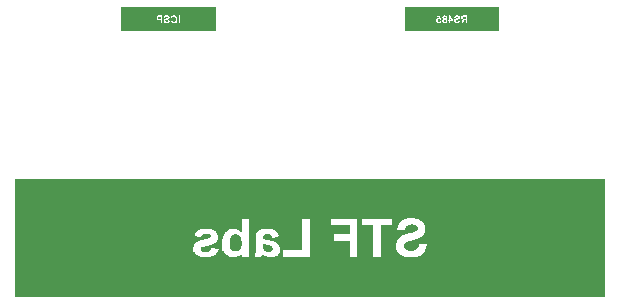
<source format=gbo>
G04*
G04 #@! TF.GenerationSoftware,Altium Limited,Altium Designer,23.3.1 (30)*
G04*
G04 Layer_Color=32896*
%FSLAX25Y25*%
%MOIN*%
G70*
G04*
G04 #@! TF.SameCoordinates,AEED621E-3CD5-435C-AC93-41C8B311E913*
G04*
G04*
G04 #@! TF.FilePolarity,Positive*
G04*
G01*
G75*
G36*
X98425Y-19685D02*
X-98425D01*
Y19685D01*
X98425D01*
Y-19685D01*
D02*
G37*
G36*
X62992Y76772D02*
Y68898D01*
X31496D01*
Y76772D01*
X62992D01*
D02*
G37*
G36*
X-31496Y68898D02*
X-62992D01*
Y76772D01*
X-31496D01*
Y68898D01*
D02*
G37*
%LPC*%
G36*
X33862Y6541D02*
X33643D01*
D01*
D01*
D01*
X28669D01*
X33643D01*
X33479Y6523D01*
X33279Y6504D01*
X33042Y6486D01*
X32805Y6450D01*
X32532Y6413D01*
X31949Y6286D01*
X31657Y6195D01*
X31366Y6104D01*
X31074Y5976D01*
X30801Y5830D01*
X30546Y5666D01*
X30309Y5484D01*
X30291Y5466D01*
X30254Y5429D01*
X30200Y5375D01*
X30127Y5302D01*
X30036Y5193D01*
X29926Y5065D01*
X29817Y4919D01*
X29689Y4755D01*
X29580Y4555D01*
X29471Y4355D01*
X29362Y4118D01*
X29270Y3863D01*
X29179Y3607D01*
X29107Y3316D01*
X29052Y3025D01*
X29034Y2696D01*
X31584Y2606D01*
Y2624D01*
Y2642D01*
X31621Y2769D01*
X31657Y2933D01*
X31730Y3134D01*
X31821Y3371D01*
X31949Y3589D01*
X32113Y3808D01*
X32295Y3990D01*
X32313Y4008D01*
X32386Y4063D01*
X32514Y4136D01*
X32696Y4209D01*
X32914Y4282D01*
X33188Y4355D01*
X33516Y4409D01*
X33898Y4428D01*
X34080D01*
X34281Y4409D01*
X34518Y4373D01*
X34791Y4318D01*
X35083Y4227D01*
X35356Y4118D01*
X35611Y3954D01*
X35629Y3935D01*
X35666Y3899D01*
X35739Y3844D01*
X35811Y3753D01*
X35884Y3644D01*
X35957Y3498D01*
X35994Y3353D01*
X36012Y3170D01*
Y3152D01*
Y3097D01*
X35994Y3006D01*
X35957Y2915D01*
X35921Y2788D01*
X35866Y2660D01*
X35775Y2533D01*
X35647Y2405D01*
X35629Y2387D01*
X35538Y2332D01*
X35483Y2296D01*
X35392Y2259D01*
X35301Y2205D01*
X35174Y2150D01*
X35028Y2095D01*
X34864Y2022D01*
X34664Y1949D01*
X34463Y1877D01*
X34208Y1804D01*
X33935Y1731D01*
X33643Y1658D01*
X33315Y1567D01*
X33297D01*
X33224Y1549D01*
X33133Y1531D01*
X33005Y1494D01*
X32860Y1458D01*
X32678Y1403D01*
X32477Y1348D01*
X32277Y1294D01*
X31839Y1148D01*
X31384Y1002D01*
X30947Y838D01*
X30764Y747D01*
X30582Y656D01*
X30564D01*
X30546Y638D01*
X30437Y565D01*
X30272Y455D01*
X30072Y310D01*
X29853Y128D01*
X29617Y-91D01*
X29380Y-346D01*
X29179Y-638D01*
X29161Y-674D01*
X29107Y-783D01*
X29015Y-948D01*
X28924Y-1184D01*
X28833Y-1476D01*
X28742Y-1822D01*
X28687Y-2205D01*
X28669Y-2642D01*
Y-2824D01*
X28687Y-2915D01*
X28706Y-3043D01*
X28742Y-3298D01*
X28815Y-3626D01*
X28924Y-3972D01*
X29088Y-4318D01*
X29289Y-4682D01*
Y-4701D01*
X29325Y-4719D01*
X29398Y-4828D01*
X29544Y-5011D01*
X29726Y-5211D01*
X29963Y-5448D01*
X30272Y-5666D01*
X30601Y-5885D01*
X31001Y-6086D01*
X31019D01*
X31056Y-6104D01*
X31111Y-6122D01*
X31202Y-6158D01*
X31311Y-6195D01*
X31439Y-6231D01*
X31584Y-6268D01*
X31748Y-6304D01*
X31949Y-6359D01*
X32149Y-6395D01*
X32623Y-6468D01*
X33151Y-6523D01*
X33734Y-6541D01*
X33971D01*
X34135Y-6523D01*
X34336Y-6505D01*
X34554Y-6486D01*
X34809Y-6450D01*
X35083Y-6395D01*
X35684Y-6268D01*
X35994Y-6177D01*
X36285Y-6086D01*
X36595Y-5958D01*
X36886Y-5812D01*
X37160Y-5648D01*
X37415Y-5448D01*
X37433Y-5430D01*
X37469Y-5393D01*
X37542Y-5339D01*
X37615Y-5247D01*
X37725Y-5120D01*
X37834Y-4974D01*
X37961Y-4810D01*
X38089Y-4628D01*
X38216Y-4409D01*
X38344Y-4172D01*
X38471Y-3899D01*
X38599Y-3608D01*
X38690Y-3298D01*
X38800Y-2952D01*
X38872Y-2587D01*
X38927Y-2205D01*
X36449Y-1968D01*
Y-1986D01*
X36431Y-2022D01*
Y-2095D01*
X36413Y-2168D01*
X36340Y-2387D01*
X36249Y-2660D01*
X36139Y-2970D01*
X35975Y-3280D01*
X35793Y-3553D01*
X35556Y-3808D01*
X35520Y-3826D01*
X35429Y-3899D01*
X35283Y-3990D01*
X35064Y-4100D01*
X34791Y-4209D01*
X34481Y-4300D01*
X34117Y-4373D01*
X33698Y-4391D01*
X33498D01*
X33279Y-4355D01*
X33005Y-4318D01*
X32714Y-4264D01*
X32404Y-4172D01*
X32113Y-4045D01*
X31858Y-3881D01*
X31821Y-3863D01*
X31748Y-3790D01*
X31657Y-3680D01*
X31530Y-3535D01*
X31420Y-3353D01*
X31311Y-3134D01*
X31238Y-2915D01*
X31220Y-2660D01*
Y-2642D01*
Y-2587D01*
X31238Y-2496D01*
X31256Y-2387D01*
X31293Y-2277D01*
X31329Y-2150D01*
X31402Y-2022D01*
X31493Y-1895D01*
X31512Y-1877D01*
X31548Y-1840D01*
X31603Y-1786D01*
X31694Y-1713D01*
X31821Y-1622D01*
X31985Y-1531D01*
X32167Y-1439D01*
X32404Y-1348D01*
X32423D01*
X32495Y-1312D01*
X32623Y-1275D01*
X32714Y-1239D01*
X32823Y-1221D01*
X32951Y-1184D01*
X33097Y-1130D01*
X33261Y-1093D01*
X33443Y-1039D01*
X33661Y-984D01*
X33898Y-929D01*
X34153Y-856D01*
X34445Y-783D01*
X34463D01*
X34536Y-765D01*
X34645Y-729D01*
X34773Y-692D01*
X34937Y-638D01*
X35137Y-583D01*
X35338Y-510D01*
X35574Y-437D01*
X36048Y-255D01*
X36504Y-36D01*
X36741Y73D01*
X36941Y200D01*
X37141Y328D01*
X37306Y455D01*
X37324Y474D01*
X37360Y510D01*
X37415Y565D01*
X37488Y638D01*
X37579Y747D01*
X37670Y874D01*
X37779Y1002D01*
X37870Y1166D01*
X38089Y1549D01*
X38271Y1986D01*
X38344Y2223D01*
X38399Y2460D01*
X38435Y2733D01*
X38453Y3006D01*
Y3025D01*
Y3043D01*
Y3097D01*
Y3170D01*
X38417Y3353D01*
X38380Y3589D01*
X38326Y3863D01*
X38235Y4172D01*
X38107Y4500D01*
X37925Y4810D01*
Y4828D01*
X37907Y4846D01*
X37816Y4956D01*
X37706Y5102D01*
X37524Y5284D01*
X37306Y5484D01*
X37032Y5703D01*
X36722Y5903D01*
X36358Y6086D01*
X36340D01*
X36303Y6104D01*
X36249Y6122D01*
X36176Y6158D01*
X36066Y6195D01*
X35957Y6231D01*
X35811Y6268D01*
X35647Y6322D01*
X35283Y6395D01*
X34864Y6468D01*
X34390Y6523D01*
X33862Y6541D01*
D02*
G37*
G36*
X-20379Y6304D02*
X-29325D01*
X-22802D01*
Y1767D01*
X-22821Y1785D01*
X-22857Y1822D01*
X-22912Y1877D01*
X-23003Y1968D01*
X-23112Y2059D01*
X-23240Y2168D01*
X-23385Y2296D01*
X-23549Y2405D01*
X-23932Y2642D01*
X-24387Y2842D01*
X-24624Y2933D01*
X-24898Y2988D01*
X-25171Y3025D01*
X-25444Y3043D01*
X-25608D01*
X-25717Y3025D01*
X-25863Y3006D01*
X-26027Y2970D01*
X-26210Y2933D01*
X-26428Y2897D01*
X-26865Y2751D01*
X-27084Y2642D01*
X-27321Y2533D01*
X-27558Y2387D01*
X-27776Y2223D01*
X-27995Y2041D01*
X-28214Y1822D01*
X-28232Y1804D01*
X-28268Y1767D01*
X-28323Y1694D01*
X-28396Y1603D01*
X-28469Y1476D01*
X-28560Y1330D01*
X-28669Y1148D01*
X-28778Y947D01*
X-28870Y711D01*
X-28979Y455D01*
X-29070Y164D01*
X-29161Y-146D01*
X-29216Y-474D01*
X-29270Y-838D01*
X-29307Y-1221D01*
X-29325Y-1640D01*
Y-6505D01*
Y-1859D01*
X-29307Y-2022D01*
X-29289Y-2223D01*
X-29270Y-2441D01*
X-29234Y-2697D01*
X-29179Y-2970D01*
X-29052Y-3553D01*
X-28961Y-3844D01*
X-28851Y-4154D01*
X-28724Y-4446D01*
X-28560Y-4737D01*
X-28396Y-4992D01*
X-28195Y-5247D01*
X-28177Y-5266D01*
X-28141Y-5302D01*
X-28086Y-5357D01*
X-27995Y-5448D01*
X-27886Y-5539D01*
X-27758Y-5648D01*
X-27612Y-5757D01*
X-27448Y-5867D01*
X-27248Y-5994D01*
X-27048Y-6104D01*
X-26574Y-6304D01*
X-26319Y-6395D01*
X-26064Y-6450D01*
X-25772Y-6486D01*
X-25481Y-6505D01*
X-25353D01*
X-25189Y-6486D01*
X-24989Y-6450D01*
X-24752Y-6414D01*
X-24497Y-6341D01*
X-24224Y-6250D01*
X-23932Y-6122D01*
X-23896Y-6104D01*
X-23804Y-6049D01*
X-23659Y-5958D01*
X-23476Y-5830D01*
X-23276Y-5666D01*
X-23057Y-5484D01*
X-22839Y-5247D01*
X-22620Y-4974D01*
Y-6304D01*
X-20379D01*
Y6304D01*
D02*
G37*
G36*
X-13911Y3043D02*
X-14512D01*
X-14640Y3025D01*
X-14785D01*
X-15150Y2988D01*
X-15533Y2952D01*
X-15933Y2879D01*
X-16316Y2769D01*
X-16480Y2715D01*
X-16644Y2642D01*
X-16662D01*
X-16680Y2624D01*
X-16771Y2569D01*
X-16917Y2496D01*
X-17081Y2387D01*
X-17282Y2241D01*
X-17464Y2077D01*
X-17628Y1877D01*
X-17774Y1676D01*
X-17792Y1640D01*
X-17828Y1567D01*
X-17883Y1403D01*
X-17901Y1312D01*
X-17938Y1184D01*
X-17974Y1057D01*
X-17992Y893D01*
X-18029Y711D01*
X-18047Y510D01*
X-18065Y292D01*
X-18083Y55D01*
X-18102Y-200D01*
Y-492D01*
X-18065Y-3316D01*
Y-3334D01*
Y-3371D01*
Y-3425D01*
Y-3517D01*
Y-3735D01*
X-18083Y-3990D01*
Y-4282D01*
X-18120Y-4573D01*
X-18138Y-4865D01*
X-18174Y-5102D01*
Y-5120D01*
X-18193Y-5193D01*
X-18229Y-5320D01*
X-18266Y-5466D01*
X-18338Y-5648D01*
X-18411Y-5849D01*
X-18502Y-6067D01*
X-18612Y-6304D01*
X-16225D01*
Y-6286D01*
X-16207Y-6268D01*
X-16188Y-6195D01*
X-16152Y-6122D01*
X-16116Y-6031D01*
X-16079Y-5903D01*
X-16043Y-5757D01*
X-15988Y-5594D01*
Y-5575D01*
X-15970Y-5557D01*
X-15952Y-5484D01*
X-15915Y-5393D01*
X-15897Y-5320D01*
X-15860Y-5339D01*
X-15788Y-5411D01*
X-15660Y-5521D01*
X-15496Y-5648D01*
X-15296Y-5794D01*
X-15077Y-5958D01*
X-14822Y-6086D01*
X-14567Y-6213D01*
X-14530Y-6231D01*
X-14439Y-6250D01*
X-14294Y-6304D01*
X-14111Y-6359D01*
X-13893Y-6414D01*
X-13638Y-6450D01*
X-13346Y-6486D01*
X-13055Y-6505D01*
X-18612D01*
X-12927D01*
X-12818Y-6486D01*
X-12709D01*
X-12563Y-6468D01*
X-12253Y-6414D01*
X-11889Y-6322D01*
X-11524Y-6195D01*
X-11160Y-6013D01*
X-10832Y-5757D01*
Y-5739D01*
X-10795Y-5721D01*
X-10704Y-5612D01*
X-10577Y-5448D01*
X-10431Y-5229D01*
X-10285Y-4956D01*
X-10158Y-4628D01*
X-10067Y-4245D01*
X-10048Y-4045D01*
X-10030Y-3826D01*
Y-3699D01*
X-10048Y-3553D01*
X-10085Y-3371D01*
X-10121Y-3152D01*
X-10176Y-2933D01*
X-10267Y-2697D01*
X-10395Y-2460D01*
X-10413Y-2423D01*
X-10467Y-2350D01*
X-10540Y-2241D01*
X-10668Y-2114D01*
X-10795Y-1968D01*
X-10977Y-1804D01*
X-11178Y-1658D01*
X-11415Y-1531D01*
X-11451Y-1512D01*
X-11542Y-1476D01*
X-11688Y-1421D01*
X-11907Y-1330D01*
X-12180Y-1239D01*
X-12508Y-1148D01*
X-12909Y-1057D01*
X-13346Y-966D01*
X-13364D01*
X-13419Y-948D01*
X-13510Y-929D01*
X-13620Y-911D01*
X-13765Y-893D01*
X-13929Y-856D01*
X-14294Y-765D01*
X-14676Y-674D01*
X-15077Y-583D01*
X-15423Y-474D01*
X-15587Y-419D01*
X-15715Y-364D01*
Y-128D01*
Y-91D01*
Y-18D01*
X-15697Y109D01*
X-15678Y273D01*
X-15624Y437D01*
X-15569Y601D01*
X-15478Y747D01*
X-15350Y874D01*
X-15332Y893D01*
X-15278Y929D01*
X-15186Y966D01*
X-15059Y1039D01*
X-14877Y1093D01*
X-14658Y1130D01*
X-14385Y1166D01*
X-14057Y1184D01*
X-13947D01*
X-13838Y1166D01*
X-13692Y1148D01*
X-13528Y1111D01*
X-13346Y1075D01*
X-13182Y1002D01*
X-13036Y911D01*
X-13018Y893D01*
X-12982Y856D01*
X-12909Y802D01*
X-12836Y711D01*
X-12727Y583D01*
X-12636Y419D01*
X-12544Y237D01*
X-12453Y18D01*
X-10285Y419D01*
Y437D01*
X-10303Y474D01*
X-10322Y547D01*
X-10358Y638D01*
X-10395Y747D01*
X-10449Y874D01*
X-10577Y1166D01*
X-10759Y1476D01*
X-10977Y1804D01*
X-11233Y2114D01*
X-11542Y2387D01*
X-11561D01*
X-11579Y2423D01*
X-11633Y2441D01*
X-11706Y2496D01*
X-11816Y2533D01*
X-11925Y2587D01*
X-12071Y2660D01*
X-12217Y2715D01*
X-12399Y2769D01*
X-12599Y2842D01*
X-12818Y2897D01*
X-13073Y2933D01*
X-13328Y2988D01*
X-13620Y3006D01*
X-13911Y3043D01*
D02*
G37*
G36*
X-30400D02*
X-38927D01*
X-34882D01*
X-35028Y3025D01*
X-35210Y3006D01*
X-35411Y2988D01*
X-35629Y2970D01*
X-36085Y2897D01*
X-36540Y2788D01*
X-36977Y2624D01*
X-37178Y2533D01*
X-37360Y2423D01*
X-37378D01*
X-37397Y2387D01*
X-37506Y2314D01*
X-37670Y2168D01*
X-37852Y1968D01*
X-38071Y1731D01*
X-38271Y1421D01*
X-38471Y1057D01*
X-38617Y638D01*
X-36340Y219D01*
Y237D01*
X-36303Y310D01*
X-36267Y401D01*
X-36212Y510D01*
X-36139Y656D01*
X-36030Y783D01*
X-35921Y911D01*
X-35775Y1020D01*
X-35757Y1039D01*
X-35702Y1075D01*
X-35611Y1111D01*
X-35483Y1166D01*
X-35320Y1221D01*
X-35119Y1275D01*
X-34882Y1294D01*
X-34609Y1312D01*
X-34445D01*
X-34281Y1294D01*
X-34080Y1275D01*
X-33844Y1239D01*
X-33625Y1202D01*
X-33425Y1130D01*
X-33242Y1039D01*
X-33224D01*
X-33206Y1002D01*
X-33115Y911D01*
X-33005Y747D01*
X-32987Y656D01*
X-32969Y547D01*
Y528D01*
Y510D01*
X-33005Y401D01*
X-33078Y255D01*
X-33133Y182D01*
X-33206Y109D01*
X-33224Y91D01*
X-33297Y73D01*
X-33334Y36D01*
X-33406Y18D01*
X-33498Y-18D01*
X-33607Y-73D01*
X-33753Y-109D01*
X-33898Y-164D01*
X-34080Y-219D01*
X-34299Y-273D01*
X-34536Y-346D01*
X-34809Y-419D01*
X-35119Y-492D01*
X-35465Y-583D01*
X-35483D01*
X-35556Y-601D01*
X-35647Y-619D01*
X-35775Y-656D01*
X-35939Y-711D01*
X-36121Y-747D01*
X-36522Y-875D01*
X-36977Y-1039D01*
X-37415Y-1221D01*
X-37633Y-1330D01*
X-37834Y-1421D01*
X-37998Y-1549D01*
X-38162Y-1658D01*
X-38198Y-1695D01*
X-38289Y-1767D01*
X-38399Y-1913D01*
X-38544Y-2114D01*
X-38690Y-2369D01*
X-38800Y-2678D01*
X-38891Y-3043D01*
X-38927Y-3444D01*
D01*
D01*
Y-6505D01*
Y-3571D01*
X-38909Y-3662D01*
X-38891Y-3753D01*
X-38872Y-3881D01*
X-38800Y-4191D01*
X-38672Y-4519D01*
X-38581Y-4701D01*
X-38490Y-4883D01*
X-38362Y-5065D01*
X-38216Y-5247D01*
X-38052Y-5430D01*
X-37870Y-5612D01*
X-37852Y-5630D01*
X-37816Y-5648D01*
X-37761Y-5685D01*
X-37670Y-5757D01*
X-37560Y-5812D01*
X-37433Y-5885D01*
X-37269Y-5976D01*
X-37087Y-6049D01*
X-36886Y-6140D01*
X-36650Y-6213D01*
X-36395Y-6304D01*
X-36121Y-6359D01*
X-35811Y-6414D01*
X-35483Y-6468D01*
X-35137Y-6486D01*
X-34773Y-6505D01*
X-34591D01*
X-34463Y-6486D01*
X-34299D01*
X-34117Y-6468D01*
X-33917Y-6450D01*
X-33698Y-6414D01*
X-33224Y-6322D01*
X-32732Y-6195D01*
X-32240Y-6013D01*
X-32022Y-5885D01*
X-31803Y-5757D01*
X-31785Y-5739D01*
X-31748Y-5721D01*
X-31694Y-5685D01*
X-31639Y-5612D01*
X-31439Y-5448D01*
X-31220Y-5211D01*
X-30983Y-4919D01*
X-30764Y-4573D01*
X-30564Y-4154D01*
X-30400Y-3699D01*
X-32823Y-3334D01*
Y-3371D01*
X-32860Y-3444D01*
X-32896Y-3571D01*
X-32951Y-3735D01*
X-33042Y-3917D01*
X-33151Y-4081D01*
X-33279Y-4264D01*
X-33443Y-4409D01*
X-33461Y-4428D01*
X-33534Y-4464D01*
X-33643Y-4519D01*
X-33789Y-4573D01*
X-33971Y-4646D01*
X-34208Y-4701D01*
X-34463Y-4737D01*
X-34773Y-4755D01*
X-34919D01*
X-35101Y-4737D01*
X-35301Y-4719D01*
X-35520Y-4683D01*
X-35757Y-4610D01*
X-35975Y-4537D01*
X-36176Y-4428D01*
X-36194Y-4409D01*
X-36230Y-4373D01*
X-36285Y-4318D01*
X-36340Y-4245D01*
X-36395Y-4154D01*
X-36449Y-4045D01*
X-36486Y-3917D01*
X-36504Y-3772D01*
Y-3753D01*
Y-3717D01*
X-36486Y-3608D01*
X-36431Y-3462D01*
X-36322Y-3316D01*
X-36285Y-3280D01*
X-36230Y-3261D01*
X-36158Y-3207D01*
X-36048Y-3170D01*
X-35903Y-3116D01*
X-35739Y-3061D01*
X-35520Y-3006D01*
X-35483D01*
X-35392Y-2970D01*
X-35247Y-2933D01*
X-35046Y-2897D01*
X-34809Y-2842D01*
X-34554Y-2770D01*
X-34263Y-2697D01*
X-33953Y-2606D01*
X-33315Y-2423D01*
X-33005Y-2332D01*
X-32714Y-2223D01*
X-32441Y-2132D01*
X-32186Y-2022D01*
X-31967Y-1913D01*
X-31803Y-1822D01*
X-31785Y-1804D01*
X-31748Y-1786D01*
X-31712Y-1749D01*
X-31639Y-1676D01*
X-31457Y-1512D01*
X-31275Y-1275D01*
X-31074Y-984D01*
X-30892Y-638D01*
X-30819Y-437D01*
X-30783Y-219D01*
X-30746Y-0D01*
X-30728Y237D01*
Y255D01*
Y292D01*
Y346D01*
X-30746Y437D01*
X-30764Y528D01*
X-30783Y656D01*
X-30837Y929D01*
X-30947Y1239D01*
X-31129Y1567D01*
X-31220Y1749D01*
X-31348Y1913D01*
X-31493Y2077D01*
X-31657Y2223D01*
X-31675Y2241D01*
X-31694Y2259D01*
X-31748Y2296D01*
X-31839Y2350D01*
X-31931Y2405D01*
X-32058Y2478D01*
X-32204Y2551D01*
X-32368Y2642D01*
X-32568Y2715D01*
X-32787Y2788D01*
X-33024Y2860D01*
X-33279Y2915D01*
X-33570Y2970D01*
X-33880Y3006D01*
X-34208Y3043D01*
X-30400D01*
D02*
G37*
G36*
X27394Y6304D02*
X17391D01*
Y-6304D01*
Y4172D01*
X21108D01*
Y-6304D01*
X17391D01*
X27394D01*
X23659D01*
Y4172D01*
X27394D01*
Y6304D01*
D02*
G37*
G36*
X15733D02*
X7079Y6304D01*
Y-6304D01*
Y4172D01*
X13182Y4172D01*
Y1184D01*
X7917Y1184D01*
Y-948D01*
X13182Y-948D01*
Y-6304D01*
X15733D01*
Y6304D01*
D02*
G37*
G36*
X9Y6213D02*
X-8882D01*
X-2542D01*
Y-4172D01*
X-8882D01*
Y-6304D01*
X9D01*
Y6213D01*
D02*
G37*
%LPD*%
G36*
X-24661Y1166D02*
X-24497Y1148D01*
X-24296Y1093D01*
X-24059Y1020D01*
X-23804Y893D01*
X-23568Y729D01*
X-23331Y510D01*
X-23313Y474D01*
X-23240Y383D01*
X-23148Y219D01*
X-23057Y-0D01*
X-22948Y-292D01*
X-22857Y-638D01*
X-22784Y-1057D01*
X-22766Y-1549D01*
Y-1567D01*
Y-1603D01*
Y-1676D01*
Y-1786D01*
X-22784Y-1895D01*
Y-2041D01*
X-22821Y-2350D01*
X-22875Y-2678D01*
X-22948Y-3025D01*
X-23057Y-3353D01*
X-23203Y-3644D01*
Y-3662D01*
X-23240Y-3681D01*
X-23313Y-3790D01*
X-23458Y-3935D01*
X-23659Y-4118D01*
X-23896Y-4300D01*
X-24187Y-4446D01*
X-24515Y-4555D01*
X-24697Y-4573D01*
X-24898Y-4592D01*
X-24934D01*
X-25025Y-4573D01*
X-25189Y-4555D01*
X-25371Y-4500D01*
X-25590Y-4428D01*
X-25809Y-4300D01*
X-26046Y-4136D01*
X-26264Y-3917D01*
X-26282Y-3881D01*
X-26355Y-3790D01*
X-26446Y-3626D01*
X-26556Y-3389D01*
X-26665Y-3097D01*
X-26756Y-2733D01*
X-26792Y-2514D01*
X-26829Y-2277D01*
X-26847Y-2041D01*
Y-1767D01*
Y-1749D01*
Y-1695D01*
Y-1622D01*
Y-1512D01*
X-26829Y-1385D01*
X-26811Y-1239D01*
X-26774Y-893D01*
X-26701Y-528D01*
X-26610Y-146D01*
X-26465Y200D01*
X-26373Y346D01*
X-26264Y492D01*
X-26246Y528D01*
X-26155Y601D01*
X-26046Y711D01*
X-25863Y838D01*
X-25663Y966D01*
X-25408Y1075D01*
X-25135Y1148D01*
X-24806Y1184D01*
X-24770D01*
X-24661Y1166D01*
D02*
G37*
G36*
X-15624Y-1968D02*
X-15514Y-1986D01*
X-15350Y-2041D01*
X-15150Y-2095D01*
X-14877Y-2168D01*
X-14585Y-2241D01*
X-14221Y-2314D01*
X-14184D01*
X-14130Y-2332D01*
X-14057Y-2350D01*
X-13893Y-2387D01*
X-13674Y-2441D01*
X-13455Y-2496D01*
X-13237Y-2569D01*
X-13055Y-2660D01*
X-12909Y-2733D01*
X-12891Y-2751D01*
X-12836Y-2788D01*
X-12763Y-2861D01*
X-12690Y-2952D01*
X-12599Y-3079D01*
X-12526Y-3225D01*
X-12472Y-3389D01*
X-12453Y-3571D01*
Y-3589D01*
Y-3662D01*
X-12472Y-3753D01*
X-12508Y-3863D01*
X-12544Y-4008D01*
X-12599Y-4154D01*
X-12690Y-4300D01*
X-12818Y-4446D01*
X-12836Y-4464D01*
X-12891Y-4500D01*
X-12964Y-4555D01*
X-13091Y-4628D01*
X-13219Y-4701D01*
X-13383Y-4755D01*
X-13583Y-4792D01*
X-13783Y-4810D01*
X-13893D01*
X-14020Y-4792D01*
X-14184Y-4755D01*
X-14385Y-4701D01*
X-14585Y-4628D01*
X-14822Y-4537D01*
X-15041Y-4391D01*
X-15059Y-4373D01*
X-15113Y-4336D01*
X-15186Y-4264D01*
X-15278Y-4172D01*
X-15369Y-4045D01*
X-15460Y-3917D01*
X-15551Y-3753D01*
X-15605Y-3589D01*
Y-3571D01*
X-15624Y-3535D01*
X-15642Y-3444D01*
X-15660Y-3334D01*
X-15678Y-3170D01*
X-15697Y-2970D01*
X-15715Y-2715D01*
Y-2423D01*
Y-1931D01*
X-15697D01*
X-15624Y-1968D01*
D02*
G37*
%LPC*%
G36*
X43741Y74061D02*
X42157D01*
Y73610D01*
X43071D01*
X43147Y73180D01*
X43144D01*
X43140Y73184D01*
X43118Y73195D01*
X43085Y73206D01*
X43045Y73224D01*
X42994Y73239D01*
X42940Y73250D01*
X42878Y73260D01*
X42816Y73264D01*
X42783D01*
X42761Y73260D01*
X42736Y73257D01*
X42703Y73253D01*
X42667Y73246D01*
X42627Y73235D01*
X42543Y73206D01*
X42496Y73188D01*
X42452Y73166D01*
X42405Y73137D01*
X42357Y73104D01*
X42314Y73068D01*
X42270Y73028D01*
X42266Y73024D01*
X42259Y73017D01*
X42248Y73002D01*
X42234Y72984D01*
X42219Y72962D01*
X42197Y72933D01*
X42179Y72900D01*
X42157Y72864D01*
X42135Y72824D01*
X42117Y72776D01*
X42095Y72725D01*
X42081Y72675D01*
X42066Y72616D01*
X42055Y72554D01*
X42048Y72489D01*
X42044Y72420D01*
Y72391D01*
X42048Y72369D01*
Y72340D01*
X42055Y72307D01*
X42059Y72271D01*
X42066Y72234D01*
X42088Y72147D01*
X42121Y72052D01*
X42143Y72001D01*
X42164Y71954D01*
X42194Y71906D01*
X42226Y71859D01*
X42230Y71855D01*
X42237Y71845D01*
X42252Y71830D01*
X42270Y71808D01*
X42296Y71783D01*
X42328Y71754D01*
X42365Y71724D01*
X42405Y71695D01*
X42452Y71663D01*
X42503Y71633D01*
X42558Y71604D01*
X42619Y71579D01*
X42685Y71557D01*
X42754Y71542D01*
X42831Y71531D01*
X42911Y71528D01*
X42943D01*
D01*
X43741D01*
Y71575D01*
Y71528D01*
X42943D01*
X42969Y71531D01*
X42998Y71535D01*
X43034Y71539D01*
X43071Y71542D01*
X43115Y71550D01*
X43202Y71572D01*
X43300Y71608D01*
X43347Y71626D01*
X43395Y71652D01*
X43439Y71681D01*
X43482Y71714D01*
X43486Y71717D01*
X43493Y71721D01*
X43504Y71732D01*
X43518Y71746D01*
X43533Y71768D01*
X43555Y71790D01*
X43573Y71815D01*
X43595Y71845D01*
X43620Y71881D01*
X43642Y71917D01*
X43682Y72005D01*
X43719Y72103D01*
X43730Y72158D01*
X43741Y72216D01*
X43260Y72267D01*
Y72259D01*
X43257Y72241D01*
X43249Y72209D01*
X43238Y72172D01*
X43224Y72132D01*
X43202Y72088D01*
X43173Y72048D01*
X43140Y72008D01*
X43136Y72005D01*
X43122Y71994D01*
X43100Y71979D01*
X43071Y71961D01*
X43038Y71943D01*
X42998Y71928D01*
X42951Y71917D01*
X42903Y71914D01*
X42896D01*
X42878Y71917D01*
X42849Y71921D01*
X42812Y71928D01*
X42772Y71943D01*
X42729Y71965D01*
X42685Y71997D01*
X42645Y72038D01*
X42641Y72045D01*
X42627Y72059D01*
X42612Y72088D01*
X42590Y72132D01*
X42572Y72183D01*
X42554Y72245D01*
X42543Y72321D01*
X42539Y72409D01*
Y72412D01*
Y72420D01*
Y72431D01*
Y72449D01*
X42543Y72489D01*
X42554Y72540D01*
X42565Y72598D01*
X42583Y72656D01*
X42608Y72711D01*
X42645Y72758D01*
X42649Y72762D01*
X42663Y72776D01*
X42689Y72795D01*
X42718Y72820D01*
X42758Y72842D01*
X42805Y72860D01*
X42860Y72875D01*
X42918Y72878D01*
X42940D01*
X42954Y72875D01*
X42991Y72867D01*
X43042Y72856D01*
X43100Y72835D01*
X43162Y72802D01*
X43195Y72780D01*
X43227Y72755D01*
X43260Y72725D01*
X43293Y72693D01*
X43682Y72747D01*
X43435Y74061D01*
X43741D01*
D02*
G37*
G36*
X46656Y74105D02*
X46248D01*
Y72503D01*
X45935D01*
D01*
Y71575D01*
X47748D01*
D01*
X46714D01*
Y72081D01*
X47748D01*
Y72500D01*
X46656Y74105D01*
D02*
G37*
G36*
X45713Y74109D02*
Y72329D01*
X45710Y72369D01*
X45702Y72416D01*
X45688Y72474D01*
X45673Y72540D01*
X45648Y72605D01*
X45615Y72671D01*
Y72675D01*
X45612Y72678D01*
X45597Y72700D01*
X45572Y72729D01*
X45535Y72769D01*
X45491Y72813D01*
X45437Y72856D01*
X45371Y72896D01*
X45295Y72937D01*
X45298D01*
X45302Y72940D01*
X45324Y72951D01*
X45357Y72969D01*
X45397Y72991D01*
X45444Y73024D01*
X45488Y73060D01*
X45531Y73104D01*
X45568Y73151D01*
X45572Y73159D01*
X45582Y73177D01*
X45593Y73202D01*
X45608Y73242D01*
X45626Y73286D01*
X45637Y73341D01*
X45648Y73395D01*
X45652Y73457D01*
Y73461D01*
Y73468D01*
Y73483D01*
X45648Y73504D01*
X45644Y73526D01*
X45641Y73555D01*
X45626Y73621D01*
X45604Y73694D01*
X45568Y73774D01*
X45546Y73810D01*
X45520Y73850D01*
X45488Y73887D01*
X45455Y73923D01*
X45451Y73927D01*
X45444Y73930D01*
X45433Y73941D01*
X45419Y73952D01*
X45397Y73967D01*
X45375Y73981D01*
X45346Y74000D01*
X45309Y74018D01*
X45273Y74032D01*
X45233Y74050D01*
X45186Y74065D01*
X45135Y74080D01*
X45080Y74090D01*
X45022Y74101D01*
X44960Y74105D01*
X44894Y74109D01*
X44858D01*
X44836Y74105D01*
X44804Y74101D01*
X44771Y74098D01*
X44731Y74094D01*
X44691Y74087D01*
X44600Y74065D01*
X44505Y74032D01*
X44461Y74010D01*
X44414Y73985D01*
X44374Y73956D01*
X44334Y73923D01*
X44330Y73919D01*
X44327Y73916D01*
X44316Y73905D01*
X44301Y73890D01*
X44287Y73872D01*
X44272Y73850D01*
X44232Y73796D01*
X44196Y73726D01*
X44166Y73650D01*
X44141Y73559D01*
X44137Y73508D01*
X44134Y73457D01*
Y73453D01*
Y73450D01*
Y73428D01*
X44137Y73395D01*
X44145Y73352D01*
X44155Y73304D01*
X44174Y73253D01*
X44196Y73199D01*
X44228Y73144D01*
X44232Y73137D01*
X44247Y73122D01*
X44265Y73097D01*
X44294Y73068D01*
X44330Y73031D01*
X44374Y72998D01*
X44425Y72966D01*
X44483Y72937D01*
X44480D01*
X44472Y72933D01*
X44461Y72929D01*
X44447Y72922D01*
X44410Y72900D01*
X44363Y72871D01*
X44312Y72838D01*
X44258Y72795D01*
X44207Y72744D01*
X44163Y72685D01*
X44159Y72678D01*
X44145Y72656D01*
X44126Y72623D01*
X44108Y72580D01*
X44086Y72525D01*
X44072Y72460D01*
X44057Y72391D01*
X44054Y72314D01*
Y72318D01*
Y72314D01*
Y72281D01*
X44057Y72256D01*
X44061Y72227D01*
X44065Y72190D01*
X44072Y72154D01*
X44083Y72114D01*
X44108Y72023D01*
X44126Y71976D01*
X44148Y71928D01*
X44174Y71881D01*
X44207Y71834D01*
X44239Y71790D01*
X44279Y71746D01*
X44283Y71743D01*
X44290Y71735D01*
X44301Y71724D01*
X44319Y71714D01*
X44341Y71695D01*
X44370Y71677D01*
X44399Y71659D01*
X44436Y71637D01*
X44476Y71615D01*
X44523Y71597D01*
X44570Y71579D01*
X44622Y71561D01*
X44680Y71550D01*
X44742Y71539D01*
X44804Y71531D01*
X44873Y71528D01*
X44054D01*
D01*
X45713D01*
X44905D01*
X44931Y71531D01*
X44960Y71535D01*
X44993Y71539D01*
X45029Y71542D01*
X45073Y71550D01*
X45164Y71572D01*
X45259Y71604D01*
X45306Y71623D01*
X45353Y71648D01*
X45400Y71674D01*
X45444Y71706D01*
X45448Y71710D01*
X45455Y71717D01*
X45470Y71728D01*
X45488Y71746D01*
X45506Y71768D01*
X45528Y71794D01*
X45553Y71826D01*
X45579Y71859D01*
X45604Y71899D01*
X45630Y71943D01*
X45652Y71990D01*
X45670Y72045D01*
X45688Y72099D01*
X45702Y72161D01*
X45710Y72223D01*
X45713Y72292D01*
Y74109D01*
D02*
G37*
G36*
X50038Y74141D02*
X48982D01*
X48949Y74138D01*
X48909Y74134D01*
X48862Y74130D01*
X48815Y74123D01*
X48760Y74116D01*
X48644Y74090D01*
X48585Y74072D01*
X48527Y74054D01*
X48469Y74029D01*
X48414Y74000D01*
X48363Y73967D01*
X48316Y73930D01*
X48312Y73927D01*
X48305Y73919D01*
X48294Y73909D01*
X48280Y73894D01*
X48261Y73872D01*
X48240Y73847D01*
X48218Y73817D01*
X48192Y73785D01*
X48171Y73745D01*
X48149Y73705D01*
X48127Y73657D01*
X48109Y73606D01*
X48090Y73555D01*
X48076Y73497D01*
X48065Y73439D01*
X48061Y73373D01*
X48571Y73355D01*
Y73359D01*
Y73362D01*
X48578Y73388D01*
X48585Y73421D01*
X48600Y73461D01*
X48618Y73508D01*
X48644Y73552D01*
X48676Y73595D01*
X48713Y73632D01*
X48717Y73636D01*
X48731Y73646D01*
X48757Y73661D01*
X48793Y73676D01*
X48837Y73690D01*
X48891Y73705D01*
X48957Y73716D01*
X49033Y73719D01*
X49069D01*
X49110Y73716D01*
X49157Y73708D01*
X49211Y73697D01*
X49270Y73679D01*
X49324Y73657D01*
X49375Y73624D01*
X49379Y73621D01*
X49386Y73614D01*
X49401Y73603D01*
X49415Y73585D01*
X49430Y73563D01*
X49444Y73533D01*
X49452Y73504D01*
X49455Y73468D01*
Y73464D01*
Y73453D01*
X49452Y73435D01*
X49444Y73417D01*
X49437Y73392D01*
X49426Y73366D01*
X49408Y73341D01*
X49383Y73315D01*
X49379Y73312D01*
X49361Y73301D01*
X49350Y73293D01*
X49332Y73286D01*
X49313Y73275D01*
X49288Y73264D01*
X49259Y73253D01*
X49226Y73239D01*
X49186Y73224D01*
X49146Y73210D01*
X49095Y73195D01*
X49040Y73180D01*
X48982Y73166D01*
X48917Y73148D01*
X48913D01*
X48899Y73144D01*
X48880Y73140D01*
X48855Y73133D01*
X48826Y73126D01*
X48789Y73115D01*
X48749Y73104D01*
X48709Y73093D01*
X48622Y73064D01*
X48531Y73035D01*
X48443Y73002D01*
X48407Y72984D01*
X48371Y72966D01*
X48367D01*
X48363Y72962D01*
X48342Y72948D01*
X48309Y72926D01*
X48269Y72896D01*
X48225Y72860D01*
X48178Y72816D01*
X48130Y72765D01*
X48090Y72707D01*
X48087Y72700D01*
X48076Y72678D01*
X48058Y72645D01*
X48039Y72598D01*
X48021Y72540D01*
X48003Y72471D01*
X47992Y72394D01*
X47989Y72307D01*
D01*
Y72271D01*
X47992Y72252D01*
X47996Y72227D01*
X48003Y72176D01*
X48018Y72110D01*
X48039Y72041D01*
X48072Y71972D01*
X48112Y71899D01*
Y71895D01*
X48120Y71892D01*
X48134Y71870D01*
X48163Y71834D01*
X48200Y71794D01*
X48247Y71746D01*
X48309Y71703D01*
X48374Y71659D01*
X48454Y71619D01*
X48458D01*
X48465Y71615D01*
X48476Y71612D01*
X48494Y71604D01*
X48516Y71597D01*
X48542Y71590D01*
X48571Y71583D01*
X48604Y71575D01*
X48644Y71564D01*
X48684Y71557D01*
X48778Y71542D01*
X48884Y71531D01*
X49000Y71528D01*
X47989D01*
X49048D01*
X49081Y71531D01*
X49121Y71535D01*
X49164Y71539D01*
X49215Y71546D01*
X49270Y71557D01*
X49390Y71583D01*
X49452Y71601D01*
X49510Y71619D01*
X49572Y71644D01*
X49630Y71674D01*
X49685Y71706D01*
X49736Y71746D01*
X49739Y71750D01*
X49747Y71757D01*
X49761Y71768D01*
X49776Y71786D01*
X49797Y71812D01*
X49819Y71841D01*
X49845Y71874D01*
X49870Y71910D01*
X49896Y71954D01*
X49921Y72001D01*
X49947Y72056D01*
X49972Y72114D01*
X49990Y72176D01*
X50012Y72245D01*
X50027Y72318D01*
X50038Y72394D01*
X49543Y72442D01*
Y72438D01*
X49539Y72431D01*
Y72416D01*
X49536Y72401D01*
X49521Y72358D01*
X49503Y72303D01*
X49481Y72241D01*
X49448Y72179D01*
X49412Y72125D01*
X49364Y72074D01*
X49357Y72070D01*
X49339Y72056D01*
X49310Y72038D01*
X49266Y72016D01*
X49211Y71994D01*
X49150Y71976D01*
X49077Y71961D01*
X48993Y71957D01*
X48953D01*
X48909Y71965D01*
X48855Y71972D01*
X48796Y71983D01*
X48735Y72001D01*
X48676Y72027D01*
X48625Y72059D01*
X48618Y72063D01*
X48604Y72078D01*
X48585Y72099D01*
X48560Y72128D01*
X48538Y72165D01*
X48516Y72209D01*
X48502Y72252D01*
X48498Y72303D01*
Y72307D01*
Y72318D01*
X48502Y72336D01*
X48505Y72358D01*
X48513Y72380D01*
X48520Y72405D01*
X48535Y72431D01*
X48553Y72456D01*
X48556Y72460D01*
X48564Y72467D01*
X48575Y72478D01*
X48593Y72492D01*
X48618Y72511D01*
X48651Y72529D01*
X48687Y72547D01*
X48735Y72565D01*
X48738D01*
X48753Y72573D01*
X48778Y72580D01*
X48796Y72587D01*
X48818Y72591D01*
X48844Y72598D01*
X48873Y72609D01*
X48906Y72616D01*
X48942Y72627D01*
X48986Y72638D01*
X49033Y72649D01*
X49084Y72664D01*
X49142Y72678D01*
X49146D01*
X49161Y72682D01*
X49182Y72689D01*
X49208Y72696D01*
X49241Y72707D01*
X49281Y72718D01*
X49321Y72733D01*
X49368Y72747D01*
X49463Y72784D01*
X49554Y72827D01*
X49601Y72849D01*
X49641Y72875D01*
X49681Y72900D01*
X49714Y72926D01*
X49718Y72929D01*
X49725Y72937D01*
X49736Y72948D01*
X49750Y72962D01*
X49768Y72984D01*
X49787Y73009D01*
X49808Y73035D01*
X49827Y73068D01*
X49870Y73144D01*
X49907Y73231D01*
X49921Y73279D01*
X49932Y73326D01*
X49940Y73381D01*
X49943Y73435D01*
Y73439D01*
Y73443D01*
Y73453D01*
Y73468D01*
X49936Y73504D01*
X49929Y73552D01*
X49918Y73606D01*
X49900Y73668D01*
X49874Y73734D01*
X49838Y73796D01*
Y73799D01*
X49834Y73803D01*
X49816Y73825D01*
X49794Y73854D01*
X49758Y73890D01*
X49714Y73930D01*
X49659Y73974D01*
X49597Y74014D01*
X49525Y74050D01*
X49521D01*
X49514Y74054D01*
X49503Y74058D01*
X49488Y74065D01*
X49466Y74072D01*
X49444Y74080D01*
X49415Y74087D01*
X49383Y74098D01*
X49310Y74112D01*
X49226Y74127D01*
X49131Y74138D01*
X49026Y74141D01*
X50038D01*
D02*
G37*
G36*
X43741Y74061D02*
D01*
Y71575D01*
Y74061D01*
D02*
G37*
G36*
X52444Y74094D02*
X51308D01*
X51275Y74090D01*
X51235D01*
X51195Y74087D01*
X51148D01*
X51053Y74076D01*
X50955Y74065D01*
X50864Y74047D01*
X50824Y74036D01*
X50788Y74025D01*
X50784D01*
X50780Y74021D01*
X50758Y74010D01*
X50726Y73992D01*
X50682Y73970D01*
X50635Y73934D01*
X50587Y73894D01*
X50540Y73843D01*
X50496Y73781D01*
Y73777D01*
X50493Y73774D01*
X50485Y73763D01*
X50478Y73752D01*
X50460Y73716D01*
X50438Y73668D01*
X50420Y73610D01*
X50402Y73544D01*
X50387Y73468D01*
X50384Y73388D01*
Y73384D01*
Y73377D01*
Y73359D01*
X50387Y73341D01*
Y73315D01*
X50391Y73290D01*
X50405Y73224D01*
X50424Y73148D01*
X50453Y73071D01*
X50496Y72991D01*
X50522Y72955D01*
X50551Y72918D01*
X50555Y72915D01*
X50558Y72911D01*
X50569Y72900D01*
X50584Y72889D01*
X50598Y72875D01*
X50620Y72856D01*
X50646Y72838D01*
X50675Y72820D01*
X50708Y72798D01*
X50748Y72780D01*
X50788Y72762D01*
X50831Y72744D01*
X50882Y72725D01*
X50933Y72711D01*
X50988Y72696D01*
X51050Y72685D01*
X51046D01*
X51042Y72682D01*
X51021Y72667D01*
X50991Y72649D01*
X50955Y72623D01*
X50911Y72591D01*
X50868Y72558D01*
X50820Y72518D01*
X50780Y72474D01*
X50777Y72471D01*
X50758Y72452D01*
X50737Y72423D01*
X50704Y72380D01*
X50660Y72325D01*
X50638Y72289D01*
X50613Y72252D01*
X50584Y72212D01*
X50555Y72168D01*
X50522Y72118D01*
X50489Y72067D01*
X50180Y71575D01*
X52444D01*
Y74094D01*
D02*
G37*
%LPD*%
G36*
X47300Y72503D02*
X46714D01*
Y73370D01*
X47300Y72503D01*
D02*
G37*
G36*
X46248Y71575D02*
X45935D01*
Y72081D01*
X46248D01*
Y71575D01*
D02*
G37*
G36*
X44938Y73723D02*
X44971Y73716D01*
X45007Y73705D01*
X45044Y73690D01*
X45080Y73672D01*
X45113Y73643D01*
X45116Y73639D01*
X45124Y73628D01*
X45138Y73610D01*
X45153Y73585D01*
X45167Y73552D01*
X45182Y73515D01*
X45189Y73472D01*
X45193Y73421D01*
Y73413D01*
Y73395D01*
X45189Y73370D01*
X45182Y73337D01*
X45175Y73301D01*
X45160Y73264D01*
X45138Y73228D01*
X45113Y73195D01*
X45109Y73191D01*
X45098Y73184D01*
X45080Y73169D01*
X45055Y73155D01*
X45022Y73140D01*
X44985Y73126D01*
X44942Y73119D01*
X44894Y73115D01*
X44873D01*
X44847Y73119D01*
X44814Y73126D01*
X44778Y73133D01*
X44742Y73148D01*
X44705Y73169D01*
X44672Y73195D01*
X44669Y73199D01*
X44658Y73210D01*
X44647Y73228D01*
X44629Y73257D01*
X44614Y73290D01*
X44603Y73326D01*
X44592Y73373D01*
X44589Y73424D01*
Y73432D01*
Y73446D01*
X44592Y73472D01*
X44600Y73501D01*
X44611Y73537D01*
X44625Y73574D01*
X44643Y73610D01*
X44672Y73643D01*
X44676Y73646D01*
X44687Y73657D01*
X44705Y73668D01*
X44731Y73686D01*
X44763Y73701D01*
X44800Y73712D01*
X44844Y73723D01*
X44891Y73726D01*
X44913D01*
X44938Y73723D01*
D02*
G37*
G36*
X44949Y72725D02*
X44985Y72718D01*
X45029Y72704D01*
X45073Y72682D01*
X45116Y72649D01*
X45153Y72609D01*
X45156Y72602D01*
X45167Y72587D01*
X45178Y72562D01*
X45193Y72529D01*
X45211Y72489D01*
X45222Y72445D01*
X45233Y72394D01*
X45237Y72343D01*
Y72340D01*
Y72336D01*
Y72325D01*
Y72311D01*
X45229Y72274D01*
X45222Y72227D01*
X45211Y72176D01*
X45193Y72125D01*
X45167Y72074D01*
X45135Y72027D01*
X45131Y72023D01*
X45116Y72008D01*
X45095Y71994D01*
X45066Y71972D01*
X45029Y71954D01*
X44985Y71936D01*
X44934Y71921D01*
X44880Y71917D01*
X44854D01*
X44829Y71925D01*
X44793Y71932D01*
X44752Y71943D01*
X44712Y71961D01*
X44672Y71987D01*
X44632Y72023D01*
X44629Y72027D01*
X44618Y72045D01*
X44600Y72067D01*
X44581Y72103D01*
X44563Y72147D01*
X44545Y72201D01*
X44534Y72263D01*
X44530Y72336D01*
Y72340D01*
Y72343D01*
Y72365D01*
X44534Y72398D01*
X44541Y72438D01*
X44556Y72485D01*
X44574Y72532D01*
X44600Y72580D01*
X44632Y72623D01*
X44636Y72627D01*
X44651Y72642D01*
X44672Y72660D01*
X44701Y72678D01*
X44738Y72700D01*
X44782Y72715D01*
X44833Y72729D01*
X44887Y72733D01*
X44916D01*
X44949Y72725D01*
D02*
G37*
G36*
X51934Y73028D02*
X51439D01*
X51366Y73031D01*
X51290Y73035D01*
X51214Y73039D01*
X51181Y73042D01*
X51152Y73046D01*
X51122Y73053D01*
X51104Y73057D01*
X51101D01*
X51090Y73064D01*
X51072Y73071D01*
X51053Y73082D01*
X51006Y73115D01*
X50984Y73137D01*
X50962Y73162D01*
X50959Y73166D01*
X50955Y73177D01*
X50944Y73191D01*
X50933Y73213D01*
X50926Y73242D01*
X50915Y73275D01*
X50911Y73312D01*
X50908Y73352D01*
Y73359D01*
Y73373D01*
X50911Y73395D01*
X50915Y73424D01*
X50926Y73457D01*
X50937Y73490D01*
X50955Y73526D01*
X50977Y73555D01*
X50981Y73559D01*
X50988Y73570D01*
X51006Y73581D01*
X51028Y73599D01*
X51053Y73617D01*
X51086Y73632D01*
X51126Y73646D01*
X51170Y73657D01*
X51174D01*
X51184Y73661D01*
X51206D01*
X51239Y73665D01*
X51319D01*
X51352Y73668D01*
X51934D01*
Y73028D01*
D02*
G37*
G36*
Y71575D02*
X50791D01*
X51155Y72121D01*
X51159Y72125D01*
X51162Y72136D01*
X51174Y72150D01*
X51188Y72168D01*
X51203Y72190D01*
X51221Y72220D01*
X51261Y72278D01*
X51308Y72343D01*
X51352Y72401D01*
X51392Y72456D01*
X51410Y72474D01*
X51425Y72492D01*
X51428Y72496D01*
X51436Y72503D01*
X51450Y72518D01*
X51468Y72536D01*
X51494Y72551D01*
X51519Y72569D01*
X51548Y72584D01*
X51578Y72598D01*
X51581D01*
X51592Y72602D01*
X51610Y72609D01*
X51639Y72613D01*
X51676Y72620D01*
X51719Y72623D01*
X51770Y72627D01*
X51934D01*
Y71575D01*
D02*
G37*
%LPC*%
G36*
X-46740Y74141D02*
X-47796D01*
X-47828Y74138D01*
X-47868Y74134D01*
X-47916Y74130D01*
X-47963Y74123D01*
X-48018Y74116D01*
X-48134Y74090D01*
X-48192Y74072D01*
X-48251Y74054D01*
X-48309Y74029D01*
X-48363Y74000D01*
X-48414Y73967D01*
X-48462Y73930D01*
X-48465Y73927D01*
X-48473Y73919D01*
X-48483Y73909D01*
X-48498Y73894D01*
X-48516Y73872D01*
X-48538Y73847D01*
X-48560Y73817D01*
X-48585Y73785D01*
X-48607Y73745D01*
X-48629Y73705D01*
X-48651Y73657D01*
X-48669Y73606D01*
X-48687Y73555D01*
X-48702Y73497D01*
X-48713Y73439D01*
X-48717Y73373D01*
X-48207Y73355D01*
Y73359D01*
Y73362D01*
X-48200Y73388D01*
X-48192Y73421D01*
X-48178Y73461D01*
X-48160Y73508D01*
X-48134Y73552D01*
X-48101Y73595D01*
X-48065Y73632D01*
X-48061Y73636D01*
X-48047Y73646D01*
X-48021Y73661D01*
X-47985Y73676D01*
X-47941Y73690D01*
X-47887Y73705D01*
X-47821Y73716D01*
X-47745Y73719D01*
X-47708D01*
X-47668Y73716D01*
X-47621Y73708D01*
X-47566Y73697D01*
X-47508Y73679D01*
X-47453Y73657D01*
X-47402Y73624D01*
X-47399Y73621D01*
X-47392Y73614D01*
X-47377Y73603D01*
X-47362Y73585D01*
X-47348Y73563D01*
X-47333Y73533D01*
X-47326Y73504D01*
X-47322Y73468D01*
Y73464D01*
Y73453D01*
X-47326Y73435D01*
X-47333Y73417D01*
X-47341Y73392D01*
X-47352Y73366D01*
X-47370Y73341D01*
X-47395Y73315D01*
X-47399Y73312D01*
X-47417Y73301D01*
X-47428Y73293D01*
X-47446Y73286D01*
X-47464Y73275D01*
X-47490Y73264D01*
X-47519Y73253D01*
X-47552Y73239D01*
X-47592Y73224D01*
X-47632Y73210D01*
X-47683Y73195D01*
X-47737Y73180D01*
X-47796Y73166D01*
X-47861Y73148D01*
X-47865D01*
X-47879Y73144D01*
X-47897Y73140D01*
X-47923Y73133D01*
X-47952Y73126D01*
X-47989Y73115D01*
X-48028Y73104D01*
X-48069Y73093D01*
X-48156Y73064D01*
X-48247Y73035D01*
X-48334Y73002D01*
X-48371Y72984D01*
X-48407Y72966D01*
X-48411D01*
X-48414Y72962D01*
X-48436Y72948D01*
X-48469Y72926D01*
X-48509Y72896D01*
X-48553Y72860D01*
X-48600Y72816D01*
X-48647Y72765D01*
X-48687Y72707D01*
X-48691Y72700D01*
X-48702Y72678D01*
X-48720Y72645D01*
X-48738Y72598D01*
X-48757Y72540D01*
X-48775Y72471D01*
X-48786Y72394D01*
X-48789Y72307D01*
D01*
Y72271D01*
X-48786Y72252D01*
X-48782Y72227D01*
X-48775Y72176D01*
X-48760Y72110D01*
X-48738Y72041D01*
X-48706Y71972D01*
X-48665Y71899D01*
Y71895D01*
X-48658Y71892D01*
X-48644Y71870D01*
X-48615Y71834D01*
X-48578Y71794D01*
X-48531Y71746D01*
X-48469Y71703D01*
X-48403Y71659D01*
X-48323Y71619D01*
X-48320D01*
X-48312Y71615D01*
X-48302Y71612D01*
X-48283Y71604D01*
X-48261Y71597D01*
X-48236Y71590D01*
X-48207Y71583D01*
X-48174Y71575D01*
X-48134Y71564D01*
X-48094Y71557D01*
X-47999Y71542D01*
X-47894Y71531D01*
X-47777Y71528D01*
X-48789D01*
X-47730D01*
X-47697Y71531D01*
X-47657Y71535D01*
X-47614Y71539D01*
X-47563Y71546D01*
X-47508Y71557D01*
X-47388Y71583D01*
X-47326Y71601D01*
X-47268Y71619D01*
X-47206Y71644D01*
X-47148Y71674D01*
X-47093Y71706D01*
X-47042Y71746D01*
X-47038Y71750D01*
X-47031Y71757D01*
X-47017Y71768D01*
X-47002Y71786D01*
X-46980Y71812D01*
X-46958Y71841D01*
X-46933Y71874D01*
X-46907Y71910D01*
X-46882Y71954D01*
X-46856Y72001D01*
X-46831Y72056D01*
X-46806Y72114D01*
X-46787Y72176D01*
X-46765Y72245D01*
X-46751Y72318D01*
X-46740Y72394D01*
X-47235Y72442D01*
Y72438D01*
X-47239Y72431D01*
Y72416D01*
X-47242Y72401D01*
X-47257Y72358D01*
X-47275Y72303D01*
X-47297Y72241D01*
X-47330Y72179D01*
X-47366Y72125D01*
X-47413Y72074D01*
X-47421Y72070D01*
X-47439Y72056D01*
X-47468Y72038D01*
X-47512Y72016D01*
X-47566Y71994D01*
X-47628Y71976D01*
X-47701Y71961D01*
X-47785Y71957D01*
X-47825D01*
X-47868Y71965D01*
X-47923Y71972D01*
X-47981Y71983D01*
X-48043Y72001D01*
X-48101Y72027D01*
X-48152Y72059D01*
X-48160Y72063D01*
X-48174Y72078D01*
X-48192Y72099D01*
X-48218Y72128D01*
X-48240Y72165D01*
X-48261Y72209D01*
X-48276Y72252D01*
X-48280Y72303D01*
Y72307D01*
Y72318D01*
X-48276Y72336D01*
X-48272Y72358D01*
X-48265Y72380D01*
X-48258Y72405D01*
X-48243Y72431D01*
X-48225Y72456D01*
X-48221Y72460D01*
X-48214Y72467D01*
X-48203Y72478D01*
X-48185Y72492D01*
X-48160Y72511D01*
X-48127Y72529D01*
X-48090Y72547D01*
X-48043Y72565D01*
X-48039D01*
X-48025Y72573D01*
X-47999Y72580D01*
X-47981Y72587D01*
X-47959Y72591D01*
X-47934Y72598D01*
X-47905Y72609D01*
X-47872Y72616D01*
X-47836Y72627D01*
X-47792Y72638D01*
X-47745Y72649D01*
X-47694Y72664D01*
X-47635Y72678D01*
X-47632D01*
X-47617Y72682D01*
X-47595Y72689D01*
X-47570Y72696D01*
X-47537Y72707D01*
X-47497Y72718D01*
X-47457Y72733D01*
X-47410Y72747D01*
X-47315Y72784D01*
X-47224Y72827D01*
X-47177Y72849D01*
X-47137Y72875D01*
X-47097Y72900D01*
X-47064Y72926D01*
X-47060Y72929D01*
X-47053Y72937D01*
X-47042Y72948D01*
X-47028Y72962D01*
X-47009Y72984D01*
X-46991Y73009D01*
X-46969Y73035D01*
X-46951Y73068D01*
X-46907Y73144D01*
X-46871Y73231D01*
X-46856Y73279D01*
X-46845Y73326D01*
X-46838Y73381D01*
X-46835Y73435D01*
Y73439D01*
Y73443D01*
Y73453D01*
Y73468D01*
X-46842Y73504D01*
X-46849Y73552D01*
X-46860Y73606D01*
X-46878Y73668D01*
X-46904Y73734D01*
X-46940Y73796D01*
Y73799D01*
X-46944Y73803D01*
X-46962Y73825D01*
X-46984Y73854D01*
X-47020Y73890D01*
X-47064Y73930D01*
X-47118Y73974D01*
X-47180Y74014D01*
X-47253Y74050D01*
X-47257D01*
X-47264Y74054D01*
X-47275Y74058D01*
X-47290Y74065D01*
X-47311Y74072D01*
X-47333Y74080D01*
X-47362Y74087D01*
X-47395Y74098D01*
X-47468Y74112D01*
X-47552Y74127D01*
X-47646Y74138D01*
X-47752Y74141D01*
X-46740D01*
D02*
G37*
G36*
X-43337Y74094D02*
X-43846D01*
Y71575D01*
X-43337D01*
Y74094D01*
D02*
G37*
G36*
X-49222D02*
X-51152D01*
X-50151D01*
X-50191Y74090D01*
X-50285D01*
X-50387Y74083D01*
X-50489Y74076D01*
X-50533Y74072D01*
X-50577Y74069D01*
X-50613Y74061D01*
X-50642Y74054D01*
X-50646D01*
X-50653Y74050D01*
X-50664Y74047D01*
X-50678Y74043D01*
X-50718Y74025D01*
X-50769Y74003D01*
X-50824Y73970D01*
X-50886Y73927D01*
X-50944Y73872D01*
X-51002Y73807D01*
Y73803D01*
X-51010Y73799D01*
X-51017Y73788D01*
X-51024Y73774D01*
X-51039Y73752D01*
X-51050Y73730D01*
X-51064Y73705D01*
X-51079Y73676D01*
X-51104Y73603D01*
X-51130Y73523D01*
X-51144Y73424D01*
X-51152Y73319D01*
Y73279D01*
X-51148Y73260D01*
Y73235D01*
X-51141Y73184D01*
X-51130Y73122D01*
X-51115Y73053D01*
X-51093Y72988D01*
X-51064Y72926D01*
X-51061Y72918D01*
X-51050Y72900D01*
X-51032Y72871D01*
X-51006Y72835D01*
X-50977Y72798D01*
X-50937Y72755D01*
X-50897Y72715D01*
X-50849Y72678D01*
X-50842Y72675D01*
X-50828Y72664D01*
X-50802Y72649D01*
X-50769Y72631D01*
X-50729Y72609D01*
X-50686Y72591D01*
X-50638Y72573D01*
X-50587Y72558D01*
X-50580D01*
X-50569Y72554D01*
X-50555D01*
X-50537Y72551D01*
X-50511Y72547D01*
X-50485Y72543D01*
X-50453D01*
X-50420Y72540D01*
X-50380Y72536D01*
X-50336Y72532D01*
X-50289Y72529D01*
X-50238D01*
X-50183Y72525D01*
X-49732D01*
Y71575D01*
X-49222D01*
Y74094D01*
D02*
G37*
G36*
X-44243Y74141D02*
X-46434D01*
X-45462D01*
X-45495Y74138D01*
X-45535Y74134D01*
X-45579Y74127D01*
X-45630Y74120D01*
X-45684Y74109D01*
X-45743Y74094D01*
X-45805Y74076D01*
X-45866Y74054D01*
X-45932Y74025D01*
X-45994Y73996D01*
X-46052Y73959D01*
X-46114Y73916D01*
X-46169Y73868D01*
X-46172D01*
X-46176Y73861D01*
X-46187Y73850D01*
X-46198Y73839D01*
X-46212Y73821D01*
X-46227Y73799D01*
X-46267Y73748D01*
X-46307Y73683D01*
X-46350Y73603D01*
X-46391Y73512D01*
X-46427Y73406D01*
X-45925Y73286D01*
Y73290D01*
X-45921Y73293D01*
Y73304D01*
X-45914Y73319D01*
X-45903Y73352D01*
X-45885Y73395D01*
X-45859Y73446D01*
X-45826Y73497D01*
X-45783Y73548D01*
X-45735Y73592D01*
X-45728Y73595D01*
X-45710Y73610D01*
X-45681Y73628D01*
X-45641Y73650D01*
X-45590Y73672D01*
X-45531Y73690D01*
X-45466Y73705D01*
X-45393Y73708D01*
X-45368D01*
X-45346Y73705D01*
X-45324Y73701D01*
X-45295Y73697D01*
X-45233Y73683D01*
X-45160Y73657D01*
X-45084Y73621D01*
X-45044Y73599D01*
X-45007Y73574D01*
X-44971Y73541D01*
X-44938Y73504D01*
Y73501D01*
X-44931Y73493D01*
X-44924Y73483D01*
X-44913Y73464D01*
X-44898Y73443D01*
X-44884Y73417D01*
X-44869Y73384D01*
X-44854Y73348D01*
X-44836Y73304D01*
X-44822Y73257D01*
X-44807Y73202D01*
X-44793Y73144D01*
X-44782Y73079D01*
X-44774Y73009D01*
X-44771Y72933D01*
X-44767Y72849D01*
Y72846D01*
Y72827D01*
Y72802D01*
X-44771Y72773D01*
Y72733D01*
X-44778Y72685D01*
X-44782Y72638D01*
X-44789Y72584D01*
X-44811Y72471D01*
X-44840Y72358D01*
X-44858Y72303D01*
X-44884Y72252D01*
X-44909Y72205D01*
X-44938Y72165D01*
X-44942Y72161D01*
X-44945Y72158D01*
X-44956Y72147D01*
X-44971Y72132D01*
X-45007Y72103D01*
X-45058Y72067D01*
X-45120Y72027D01*
X-45197Y71997D01*
X-45284Y71972D01*
X-45331Y71968D01*
X-45382Y71965D01*
X-45400D01*
X-45415Y71968D01*
X-45455Y71972D01*
X-45502Y71979D01*
X-45553Y71997D01*
X-45612Y72019D01*
X-45670Y72048D01*
X-45728Y72092D01*
X-45735Y72099D01*
X-45753Y72118D01*
X-45779Y72147D01*
X-45808Y72190D01*
X-45845Y72249D01*
X-45877Y72318D01*
X-45910Y72401D01*
X-45939Y72500D01*
X-46434Y72347D01*
Y72343D01*
X-46431Y72329D01*
X-46423Y72307D01*
X-46412Y72278D01*
X-46398Y72245D01*
X-46383Y72205D01*
X-46365Y72161D01*
X-46343Y72114D01*
X-46292Y72016D01*
X-46227Y71914D01*
X-46147Y71815D01*
X-46103Y71772D01*
X-46056Y71732D01*
X-46052Y71728D01*
X-46045Y71724D01*
X-46030Y71714D01*
X-46008Y71699D01*
X-45983Y71684D01*
X-45950Y71670D01*
X-45914Y71652D01*
X-45874Y71633D01*
X-45826Y71612D01*
X-45775Y71593D01*
X-45721Y71579D01*
X-45663Y71564D01*
X-45601Y71550D01*
X-45531Y71539D01*
X-45462Y71535D01*
X-45386Y71531D01*
X-45364D01*
X-45339Y71535D01*
X-45302Y71539D01*
X-45262Y71542D01*
X-45211Y71550D01*
X-45157Y71561D01*
X-45095Y71575D01*
X-45033Y71593D01*
X-44967Y71615D01*
X-44898Y71644D01*
X-44829Y71677D01*
X-44760Y71714D01*
X-44691Y71761D01*
X-44625Y71812D01*
X-44563Y71874D01*
X-44560Y71877D01*
X-44549Y71888D01*
X-44534Y71910D01*
X-44512Y71936D01*
X-44490Y71972D01*
X-44461Y72012D01*
X-44432Y72063D01*
X-44403Y72121D01*
X-44374Y72183D01*
X-44345Y72252D01*
X-44316Y72332D01*
X-44294Y72416D01*
X-44272Y72503D01*
X-44258Y72602D01*
X-44247Y72704D01*
X-44243Y72813D01*
Y71531D01*
D01*
Y72842D01*
X-44247Y72875D01*
Y72918D01*
X-44254Y72969D01*
X-44261Y73031D01*
X-44268Y73097D01*
X-44283Y73173D01*
X-44301Y73250D01*
X-44323Y73330D01*
X-44348Y73410D01*
X-44381Y73493D01*
X-44418Y73574D01*
X-44461Y73650D01*
X-44509Y73723D01*
X-44567Y73792D01*
X-44570Y73796D01*
X-44581Y73807D01*
X-44600Y73825D01*
X-44625Y73847D01*
X-44658Y73872D01*
X-44698Y73901D01*
X-44742Y73934D01*
X-44796Y73967D01*
X-44854Y74000D01*
X-44916Y74032D01*
X-44989Y74061D01*
X-45062Y74087D01*
X-45146Y74109D01*
X-45229Y74127D01*
X-45324Y74138D01*
X-45419Y74141D01*
X-44243D01*
D01*
D02*
G37*
%LPD*%
G36*
X-49732Y72951D02*
X-50081D01*
X-50107Y72955D01*
X-50173D01*
X-50238Y72958D01*
X-50304Y72966D01*
X-50362Y72977D01*
X-50387Y72980D01*
X-50409Y72988D01*
X-50413Y72991D01*
X-50427Y72995D01*
X-50445Y73006D01*
X-50467Y73017D01*
X-50493Y73035D01*
X-50518Y73057D01*
X-50547Y73082D01*
X-50569Y73111D01*
X-50573Y73115D01*
X-50580Y73126D01*
X-50587Y73144D01*
X-50598Y73169D01*
X-50609Y73199D01*
X-50620Y73231D01*
X-50624Y73268D01*
X-50627Y73308D01*
Y73315D01*
Y73330D01*
X-50624Y73355D01*
X-50617Y73388D01*
X-50606Y73424D01*
X-50591Y73464D01*
X-50573Y73501D01*
X-50544Y73537D01*
X-50540Y73541D01*
X-50529Y73552D01*
X-50511Y73566D01*
X-50489Y73585D01*
X-50460Y73606D01*
X-50424Y73624D01*
X-50384Y73639D01*
X-50340Y73650D01*
X-50336D01*
X-50322Y73654D01*
X-50296Y73657D01*
X-50260Y73661D01*
X-50213D01*
X-50180Y73665D01*
X-50147D01*
X-50111Y73668D01*
X-49732D01*
Y72951D01*
D02*
G37*
M02*

</source>
